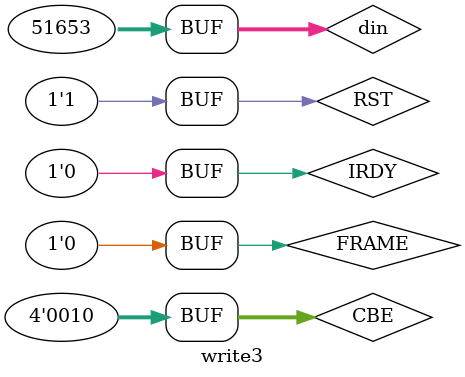
<source format=v>
`timescale 1ns / 1ps


module write3;

	//inout
	wire [31:0] AD;
	assign AD = (IRDY == 1 || cbuffer != 4'b0010 ) ? din:32'bz;


	// Inputs
	reg [3:0] CBE;
	reg FRAME;
	wire TRDY;
	reg IRDY;
	wire DEVSEL;
	reg RST;
	wire CLK;
	reg [31:0] din;	//for write in AD
	
	//SAVE THE COMMAND
	reg [3:0] cbuffer;
	always@(negedge IRDY)
		begin
			cbuffer = CBE;
		end	
		

	// Instantiate the Unit Under Test (UUT)
	PCI_Slave uut (
		.AD(AD),
		.CBE(CBE), 
		.FRAME(FRAME),
		.TRDY(TRDY), 
		.IRDY(IRDY),
		.DEVSEL(DEVSEL),
		.CLK(CLK), 
		.RST(RST)
		/*
		.test(test),
		.i(i)
		*/
	);

	initial begin
		//WRITE
		RST = 1;
		#50
		RST = 0;
		#50
		RST = 1;
		CBE = 0;
		FRAME = 1;
		IRDY = 1'b1;
		din = 51653;
		#100
		CBE = 4'b0011;
		FRAME = 0;
		IRDY = 1'b1;
		din = 51653;
		#100
		IRDY = 1'b0;
		#100
		din = 32'b10011001100110011001100110011001;
		CBE = 4'b1111;
		#450
		din = 32'b01100110011001100110011001100110;
		CBE = 4'b1111;
		#50
		FRAME = 1;
		//READ
		#150
		CBE = 4'b0010;
		FRAME = 0;
		IRDY = 1'b1;
		din = 51653;
		#100
		CBE = 4'b0010;
		FRAME = 0;
		IRDY = 1'b1;
		din = 51653;
		#100
		IRDY = 1'b0;
		#600
		FRAME = 0;

	end
	
	

endmodule


</source>
